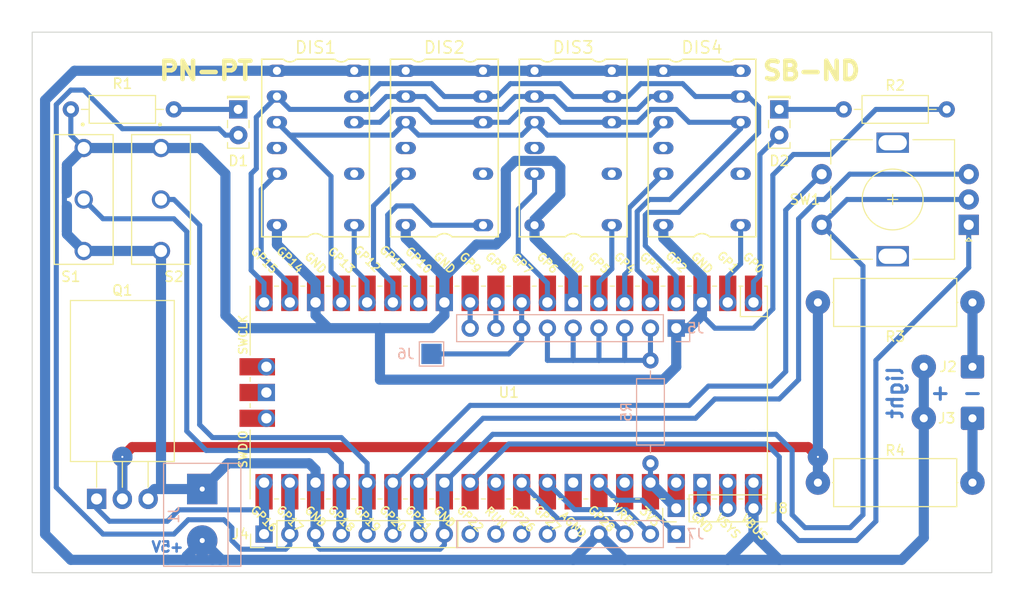
<source format=kicad_pcb>
(kicad_pcb (version 20211014) (generator pcbnew)
  (layers (0 "F.Cu" signal) (31 "B.Cu" signal) (34 "B.Paste" user) (35 "F.Paste" user) (36 "B.SilkS" user "B.Silkscreen") (37 "F.SilkS" user "F.Silkscreen") (38 "B.Mask" user) (39 "F.Mask" user) (44 "Edge.Cuts" user))
  (net 0 "")
  (net 1 "+5V")
  (net 2 "/disp_b")
  (net 3 "/disp_a")
  (net 4 "GND")
  (net 5 "/disp_d")
  (net 6 "/disp_c")
  (net 9 "Net-(DIS1-Pad5)")
  (net 10 "Net-(DIS1-Pad8)")
  (net 12 "Net-(DIS2-Pad5)")
  (net 13 "Net-(DIS2-Pad8)")
  (net 16 "Net-(DIS3-Pad5)")
  (net 17 "Net-(DIS3-Pad8)")
  (net 20 "Net-(DIS4-Pad5)")
  (net 21 "Net-(DIS4-Pad8)")
  (net 23 "Net-(D1-Pad2)")
  (net 24 "Net-(D2-Pad2)")
  (net 32 "Net-(D1-Pad1)")
  (net 33 "Net-(D2-Pad1)")
  (net 34 "Net-(J2-Pad1)")
  (net 35 "/s_i3")
  (net 36 "/s_i2")
  (net 37 "/s_rx")
  (net 38 "/s_tx")
  (net 39 "/s_con1")
  (net 40 "/s_con2")
  (net 41 "/s_con3")
  (net 42 "/s_v33")
  (net 43 "/dacr")
  (net 44 "/dacl")
  (net 45 "/spk-")
  (net 46 "/spk+")
  (net 47 "/light_sw")
  (net 48 "Net-(J3-Pad1)")
  (net 49 "Net-(J4-Pad1)")
  (net 50 "Net-(SW1-PadA)")
  (net 51 "Net-(J4-Pad4)")
  (net 52 "Net-(J4-Pad5)")
  (net 53 "Net-(J4-Pad6)")
  (net 54 "Net-(J4-Pad7)")
  (net 55 "Net-(J8-Pad1)")
  (net 56 "Net-(J8-Pad2)")
  (net 57 "Net-(J8-Pad3)")
  (footprint "Connector_Wire:SolderWire-0.5sqmm_1x02_P4.8mm_D0.9mm_OD2.3mm" (layer "F.Cu") (at 171.45 85.09 180)
    (fp_text reference "J3")
    (fp_text value "Light2")
  )
  (footprint "D2F-FL:RPi_Pico_SMD_TH" (layer "F.Cu") (at 125.73 82.55 -90)
    (fp_text reference "U1")
    (fp_text value "Pico")
  )
  (footprint "Resistor_THT:R_Axial_DIN0207_L6.3mm_D2.5mm_P10.16mm_Horizontal" (layer "F.Cu") (at 158.75 54.61)
    (fp_text reference "R2")
    (fp_text value "R")
  )
  (footprint "led-displays-obsolete:TIL311" (layer "F.Cu") (at 144.78 58.42 -90)
    (fp_text reference "DIS4")
    (fp_text value "TIL311")
  )
  (footprint "Resistor_THT:R_Axial_DIN0414_L11.9mm_D4.5mm_P15.24mm_Horizontal" (layer "F.Cu") (at 171.45 73.66 180)
    (fp_text reference "R3")
    (fp_text value "R")
  )
  (footprint "led-displays-obsolete:TIL311" (layer "F.Cu") (at 132.08 58.42 -90)
    (fp_text reference "DIS3")
    (fp_text value "TIL311")
  )
  (footprint "Package_TO_SOT_THT:TO-220-3_Horizontal_TabDown" (layer "F.Cu") (at 85.09 93.05)
    (fp_text reference "Q1")
    (fp_text value "IRF540N")
  )
  (footprint "Resistor_THT:R_Axial_DIN0207_L6.3mm_D2.5mm_P10.16mm_Horizontal" (layer "F.Cu") (at 92.71 54.61 180)
    (fp_text reference "R1")
    (fp_text value "R")
  )
  (footprint "Connector_PinHeader_2.54mm:PinHeader_1x04_P2.54mm_Vertical" (layer "F.Cu") (at 142.24 93.98 90)
    (fp_text reference "J8")
    (fp_text value "ext3")
  )
  (footprint "D2F-FL:SW_D2F-FL" (layer "F.Cu") (at 83.82 63.5 -90)
    (fp_text reference "S1")
    (fp_text value "D2F-FL")
  )
  (footprint "D2F-FL:mojenkoder" (layer "F.Cu") (at 171.08 66 180)
    (fp_text reference "SW1")
    (fp_text value "RotaryEncoder_Switch")
  )
  (footprint "LED_THT:LED_Rectangular_W5.0mm_H2.0mm" (layer "F.Cu") (at 99.06 54.61 -90)
    (fp_text reference "D1")
    (fp_text value "LED")
  )
  (footprint "Connector_PinHeader_2.54mm:PinHeader_1x08_P2.54mm_Vertical" (layer "F.Cu") (at 101.6 96.52 90)
    (fp_text reference "J4")
    (fp_text value "ext1")
  )
  (footprint "led-displays-obsolete:TIL311" (layer "F.Cu") (at 106.68 58.42 -90)
    (fp_text reference "DIS1")
    (fp_text value "TIL311")
  )
  (footprint "D2F-FL:SW_D2F-FL" (layer "F.Cu") (at 91.44 63.5 -90)
    (fp_text reference "S2")
    (fp_text value "D2F-FL")
  )
  (footprint "LED_THT:LED_Rectangular_W5.0mm_H2.0mm" (layer "F.Cu") (at 152.4 54.61 -90)
    (fp_text reference "D2")
    (fp_text value "LED")
  )
  (footprint "led-displays-obsolete:TIL311" (layer "F.Cu") (at 119.38 58.42 -90)
    (fp_text reference "DIS2")
    (fp_text value "TIL311")
  )
  (footprint "Resistor_THT:R_Axial_DIN0414_L11.9mm_D4.5mm_P15.24mm_Horizontal" (layer "F.Cu") (at 171.45 91.44 180)
    (fp_text reference "R4")
    (fp_text value "R")
  )
  (footprint "Connector_Wire:SolderWire-0.5sqmm_1x02_P4.8mm_D0.9mm_OD2.3mm" (layer "F.Cu") (at 171.45 80.01 180)
    (fp_text reference "J2")
    (fp_text value "Light1")
  )
  (footprint "Connector_PinHeader_2.54mm:PinHeader_1x09_P2.54mm_Vertical" (layer "B.Cu") (at 142.24 76.2 90)
    (fp_text reference "J5")
    (fp_text value "s_board_left")
  )
  (footprint "TerminalBlock:TerminalBlock_bornier-2_P5.08mm" (layer "B.Cu") (at 95.504 92.075 -90)
    (fp_text reference "J1")
    (fp_text value "power")
  )
  (footprint "Connector_PinHeader_2.54mm:PinHeader_1x09_P2.54mm_Vertical" (layer "B.Cu") (at 142.24 96.52 90)
    (fp_text reference "J7")
    (fp_text value "s_board_right")
  )
  (footprint "Resistor_THT:R_Axial_DIN0207_L6.3mm_D2.5mm_P10.16mm_Horizontal" (layer "B.Cu") (at 139.7 79.375 -90)
    (fp_text reference "R5")
    (fp_text value "R")
  )
  (footprint "TestPoint:TestPoint_Pad_2.0x2.0mm" (layer "B.Cu") (at 118.11 78.74 180)
    (fp_text reference "J6")
    (fp_text value "ext2")
  )
  (gr_rect (start 78.74 46.99) (end 173.355 100.33) (layer "Edge.Cuts") (width 0.1) (fill none))
  (gr_text "+" (at 168.275 82.55) (layer "B.Cu") (effects (font (size 1.5 1.5) (thickness 0.3)) (justify mirror)))
  (gr_text "+5V" (at 92.075 97.79) (layer "B.Cu") (effects (font (size 1 1) (thickness 0.25)) (justify mirror)))
  (gr_text "light" (at 163.83 82.55 90) (layer "B.Cu") (effects (font (size 1.5 1.5) (thickness 0.3)) (justify mirror)))
  (gr_text "-" (at 171.45 82.55) (layer "B.Cu") (effects (font (size 1.5 1.5) (thickness 0.3)) (justify mirror)))
  (gr_text "SB-ND" (at 155.575 50.8) (layer "F.SilkS") (effects (font (size 1.8 1.8) (thickness 0.45))))
  (gr_text "PN-PT" (at 95.885 50.8) (layer "F.SilkS") (effects (font (size 1.8 1.8) (thickness 0.45))))
  (segment (start 132.08 99.06) (end 137.16 99.06) (width 1) (layer "B.Cu") (net 1))
  (segment (start 140.97 50.8) (end 148.59 50.8) (width 1) (layer "B.Cu") (net 1))
  (segment (start 137.16 99.06) (end 134.62 96.52) (width 1) (layer "B.Cu") (net 1))
  (segment (start 135.89 50.8) (end 140.97 50.8) (width 1) (layer "B.Cu") (net 1))
  (segment (start 93.98 98.679) (end 93.98 99.06) (width 1) (layer "B.Cu") (net 1))
  (segment (start 147.32 99.06) (end 137.16 99.06) (width 1) (layer "B.Cu") (net 1))
  (segment (start 97.282 99.06) (end 132.08 99.06) (width 1) (layer "B.Cu") (net 1))
  (segment (start 82.909317 50.8) (end 80.01 53.699317) (width 1) (layer "B.Cu") (net 1))
  (segment (start 164.465 99.06) (end 152.4 99.06) (width 1) (layer "B.Cu") (net 1))
  (segment (start 110.49 50.8) (end 115.57 50.8) (width 1) (layer "B.Cu") (net 1))
  (segment (start 96.52 99.06) (end 97.282 99.06) (width 1) (layer "B.Cu") (net 1))
  (segment (start 92.075 99.06) (end 93.98 99.06) (width 1) (layer "B.Cu") (net 1))
  (segment (start 149.86 91.44) (end 149.86 96.52) (width 1) (layer "B.Cu") (net 1))
  (segment (start 93.98 99.06) (end 96.52 99.06) (width 1) (layer "B.Cu") (net 1))
  (segment (start 147.32 99.06) (end 152.4 99.06) (width 1) (layer "B.Cu") (net 1))
  (segment (start 102.87 50.8) (end 82.909317 50.8) (width 1) (layer "B.Cu") (net 1))
  (segment (start 97.282 98.933) (end 97.282 99.06) (width 1) (layer "B.Cu") (net 1))
  (segment (start 80.01 53.699317) (end 80.01 96.52) (width 1) (layer "B.Cu") (net 1))
  (segment (start 115.57 50.8) (end 123.19 50.8) (width 1) (layer "B.Cu") (net 1))
  (segment (start 95.504 97.155) (end 93.98 98.679) (width 1) (layer "B.Cu") (net 1))
  (segment (start 123.19 50.8) (end 128.27 50.8) (width 1) (layer "B.Cu") (net 1))
  (segment (start 166.65 96.875) (end 164.465 99.06) (width 1) (layer "B.Cu") (net 1))
  (segment (start 95.504 97.155) (end 97.282 98.933) (width 1) (layer "B.Cu") (net 1))
  (segment (start 149.86 96.52) (end 147.32 99.06) (width 1) (layer "B.Cu") (net 1))
  (segment (start 166.65 80.01) (end 166.65 85.09) (width 1) (layer "B.Cu") (net 1))
  (segment (start 152.4 99.06) (end 149.86 96.52) (width 1) (layer "B.Cu") (net 1))
  (segment (start 128.27 50.8) (end 135.89 50.8) (width 1) (layer "B.Cu") (net 1))
  (segment (start 102.87 50.8) (end 110.49 50.8) (width 1) (layer "B.Cu") (net 1))
  (segment (start 80.01 96.52) (end 82.55 99.06) (width 1) (layer "B.Cu") (net 1))
  (segment (start 82.55 99.06) (end 92.075 99.06) (width 1) (layer "B.Cu") (net 1))
  (segment (start 132.08 99.06) (end 134.62 96.52) (width 1) (layer "B.Cu") (net 1))
  (segment (start 166.65 85.09) (end 166.65 96.875) (width 1) (layer "B.Cu") (net 1))
  (segment (start 100.838 60.452) (end 100.33 60.96) (width 0.5) (layer "B.Cu") (net 2))
  (segment (start 100.33 70.485) (end 101.6 71.755) (width 0.5) (layer "B.Cu") (net 2))
  (segment (start 100.838 55.372) (end 100.838 60.452) (width 0.5) (layer "B.Cu") (net 2))
  (segment (start 102.87 53.34) (end 100.838 55.372) (width 0.5) (layer "B.Cu") (net 2))
  (segment (start 131.445 54.61) (end 138.43 54.61) (width 0.5) (layer "B.Cu") (net 2))
  (segment (start 101.6 71.755) (end 101.6 73.66) (width 0.5) (layer "B.Cu") (net 2))
  (segment (start 139.7 53.34) (end 140.97 53.34) (width 0.5) (layer "B.Cu") (net 2))
  (segment (start 128.27 53.34) (end 130.175 53.34) (width 0.5) (layer "B.Cu") (net 2))
  (segment (start 125.095 54.61) (end 126.365 53.34) (width 0.5) (layer "B.Cu") (net 2))
  (segment (start 138.43 54.61) (end 139.7 53.34) (width 0.5) (layer "B.Cu") (net 2))
  (segment (start 113.665 53.34) (end 115.57 53.34) (width 0.5) (layer "B.Cu") (net 2))
  (segment (start 130.175 53.34) (end 131.445 54.61) (width 0.5) (layer "B.Cu") (net 2))
  (segment (start 115.57 53.34) (end 117.475 53.34) (width 0.5) (layer "B.Cu") (net 2))
  (segment (start 118.745 54.61) (end 125.095 54.61) (width 0.5) (layer "B.Cu") (net 2))
  (segment (start 104.14 54.61) (end 112.395 54.61) (width 0.5) (layer "B.Cu") (net 2))
  (segment (start 102.87 53.34) (end 104.14 54.61) (width 0.5) (layer "B.Cu") (net 2))
  (segment (start 117.475 53.34) (end 118.745 54.61) (width 0.5) (layer "B.Cu") (net 2))
  (segment (start 100.33 60.96) (end 100.33 70.485) (width 0.5) (layer "B.Cu") (net 2))
  (segment (start 112.395 54.61) (end 113.665 53.34) (width 0.5) (layer "B.Cu") (net 2))
  (segment (start 126.365 53.34) (end 128.27 53.34) (width 0.5) (layer "B.Cu") (net 2))
  (segment (start 114.3 57.15) (end 104.14 57.15) (width 0.5) (layer "B.Cu") (net 3))
  (segment (start 109.22 71.628) (end 108.204 70.612) (width 0.5) (layer "B.Cu") (net 3))
  (segment (start 104.14 57.15) (end 102.87 55.88) (width 0.5) (layer "B.Cu") (net 3))
  (segment (start 139.7 57.15) (end 140.97 55.88) (width 0.5) (layer "B.Cu") (net 3))
  (segment (start 115.57 55.88) (end 114.3 57.15) (width 0.5) (layer "B.Cu") (net 3))
  (segment (start 108.204 61.214) (end 104.14 57.15) (width 0.5) (layer "B.Cu") (net 3))
  (segment (start 128.27 55.88) (end 129.54 57.15) (width 0.5) (layer "B.Cu") (net 3))
  (segment (start 128.27 55.88) (end 127 57.15) (width 0.5) (layer "B.Cu") (net 3))
  (segment (start 116.84 57.15) (end 115.57 55.88) (width 0.5) (layer "B.Cu") (net 3))
  (segment (start 127 57.15) (end 116.84 57.15) (width 0.5) (layer "B.Cu") (net 3))
  (segment (start 108.204 70.612) (end 108.204 61.214) (width 0.5) (layer "B.Cu") (net 3))
  (segment (start 129.54 57.15) (end 139.7 57.15) (width 0.5) (layer "B.Cu") (net 3))
  (segment (start 109.22 73.66) (end 109.22 71.628) (width 0.5) (layer "B.Cu") (net 3))
  (segment (start 82.165 60.075) (end 82.165 62.865) (width 1) (layer "B.Cu") (net 4))
  (segment (start 106.68 91.44) (end 106.68 96.52) (width 1) (layer "B.Cu") (net 4))
  (segment (start 97.79 60.96) (end 97.79 74.93) (width 1) (layer "B.Cu") (net 4))
  (segment (start 82.55 54.61) (end 82.55 57.15) (width 0.5) (layer "B.Cu") (net 4))
  (segment (start 132.08 71.12) (end 132.08 73.66) (width 1) (layer "B.Cu") (net 4))
  (segment (start 153.797 59.055) (end 151.765 61.087) (width 0.5) (layer "B.Cu") (net 4))
  (segment (start 91.44 68.58) (end 91.44 92.075) (width 1) (layer "B.Cu") (net 4))
  (segment (start 142.24 80.01) (end 140.97 81.28) (width 1) (layer "B.Cu") (net 4))
  (segment (start 143.51 76.2) (end 142.24 76.2) (width 1) (layer "B.Cu") (net 4))
  (segment (start 118.11 76.2) (end 113.03 76.2) (width 1) (layer "B.Cu") (net 4))
  (segment (start 82.55 57.15) (end 83.82 58.42) (width 0.5) (layer "B.Cu") (net 4))
  (segment (start 119.38 73.66) (end 119.38 74.93) (width 1) (layer "B.Cu") (net 4))
  (segment (start 124.144999 86.675001) (end 119.38 91.44) (width 0.5) (layer "B.Cu") (net 4))
  (segment (start 81.915 60.325) (end 83.82 58.42) (width 0.5) (layer "B.Cu") (net 4))
  (segment (start 159.08 63.5) (end 156.58 66) (width 0.5) (layer "B.Cu") (net 4))
  (segment (start 106.68 96.52) (end 106.68 97.57) (width 0.5) (layer "B.Cu") (net 4))
  (segment (start 106.68 91.44) (end 106.68 90.17) (width 1) (layer "B.Cu") (net 4))
  (segment (start 91.44 68.58) (end 83.82 68.58) (width 1) (layer "B.Cu") (net 4))
  (segment (start 124.46 67.945) (end 125.442 66.963) (width 1) (layer "B.Cu") (net 4))
  (segment (start 106.68 97.57) (end 107.12 98.01) (width 0.5) (layer "B.Cu") (net 4))
  (segment (start 146.05 76.2) (end 144.78 74.93) (width 0.5) (layer "B.Cu") (net 4))
  (segment (start 140.97 81.28) (end 113.03 81.28) (width 1) (layer "B.Cu") (net 4))
  (segment (start 83.82 58.42) (end 82.165 60.075) (width 1) (layer "B.Cu") (net 4))
  (segment (start 151.765 74.295) (end 149.86 76.2) (width 0.5) (layer "B.Cu") (net 4))
  (segment (start 142.24 76.2) (end 142.24 80.01) (width 1) (layer "B.Cu") (net 4))
  (segment (start 115.57 66.04) (end 115.57 67.31) (width 1) (layer "B.Cu") (net 4))
  (segment (start 106.68 74.93) (end 106.68 73.66) (width 1) (layer "B.Cu") (net 4))
  (segment (start 128.27 66.04) (end 128.27 67.31) (width 1) (layer "B.Cu") (net 4))
  (segment (start 113.03 76.2) (end 107.95 76.2) (width 1) (layer "B.Cu") (net 4))
  (segment (start 130.81 60.325) (end 130.81 62.952924) (width 1) (layer "B.Cu") (net 4))
  (segment (start 140.97 67.31) (end 144.78 71.12) (width 1) (layer "B.Cu") (net 4))
  (segment (start 144.78 74.93) (end 143.51 76.2) (width 1) (layer "B.Cu") (net 4))
  (segment (start 128.27 65.492924) (end 128.27 66.04) (width 1) (layer "B.Cu") (net 4))
  (segment (start 83.82 68.58) (end 82.165 66.925) (width 1) (layer "B.Cu") (net 4))
  (segment (start 160.655 70.075) (end 160.655 94.615) (width 0.5) (layer "B.Cu") (net 4))
  (segment (start 161.925 54.61) (end 157.48 59.055) (width 0.5) (layer "B.Cu") (net 4))
  (segment (start 154.94 95.885) (end 153.67 94.615) (width 0.5) (layer "B.Cu") (net 4))
  (segment (start 97.79 74.93) (end 99.06 76.2) (width 1) (layer "B.Cu") (net 4))
  (segment (start 144.78 71.12) (end 144.78 73.66) (width 1) (layer "B.Cu") (net 4))
  (segment (start 159.385 95.885) (end 154.94 95.885) (width 0.5) (layer "B.Cu") (net 4))
  (segment (start 107.12 98.01) (end 118.9525 98.01) (width 0.5) (layer "B.Cu") (net 4))
  (segment (start 151.765 61.087) (end 151.765 74.295) (width 0.5) (layer "B.Cu") (net 4))
  (segment (start 171.08 63.5) (end 159.08 63.5) (width 0.5) (layer "B.Cu") (net 4))
  (segment (start 140.97 66.04) (end 140.97 67.31) (width 1) (layer "B.Cu") (net 4))
  (segment (start 113.03 81.28) (end 113.03 76.2) (width 1) (layer "B.Cu") (net 4))
  (segment (start 106.68 71.755) (end 106.68 73.66) (width 1) (layer "B.Cu") (net 4))
  (segment (start 91.44 92.075) (end 95.504 92.075) (width 1) (layer "B.Cu") (net 4))
  (segment (start 115.57 67.31) (end 119.38 71.12) (width 1) (layer "B.Cu") (net 4))
  (segment (start 119.38 71.12) (end 122.555 67.945) (width 1) (layer "B.Cu") (net 4))
  (segment (start 153.67 88.265) (end 152.080001 86.675001) (width 0.5) (layer "B.Cu") (net 4))
  (segment (start 118.9525 98.01) (end 119.38 97.5825) (width 0.5) (layer "B.Cu") (net 4))
  (segment (start 119.38 91.44) (end 119.38 96.52) (width 1) (layer "B.Cu") (net 4))
  (segment (start 90.17 93.05) (end 90.084 93.05) (width 0.5) (layer "B.Cu") (net 4))
  (segment (start 90.17 93.05) (end 90.17 92.71) (width 1) (layer "B.Cu") (net 4))
  (segment (start 125.442 60.613) (end 126.365 59.69) (width 1) (layer "B.Cu") (net 4))
  (segment (start 126.365 59.69) (end 130.175 59.69) (width 1) (layer "B.Cu") (net 4))
  (segment (start 106.045 89.535) (end 98.044 89.535) (width 1) (layer "B.Cu") (net 4))
  (segment (start 98.044 89.535) (end 95.504 92.075) (width 1) (layer "B.Cu") (net 4))
  (segment (start 160.655 94.615) (end 159.385 95.885) (width 0.5) (layer "B.Cu") (net 4))
  (segment (start 119.38 71.12) (end 119.38 73.66) (width 1) (layer "B.Cu") (net 4))
  (segment (start 122.555 67.945) (end 124.46 67.945) (width 1) (layer "B.Cu") (net 4))
  (segment (start 102.87 66.04) (end 102.87 67.945) (width 1) (layer "B.Cu") (net 4))
  (segment (start 128.27 67.31) (end 132.08 71.12) (width 1) (layer "B.Cu") (net 4))
  (segment (start 125.442 66.963) (end 125.442 60.613) (width 1) (layer "B.Cu") (net 4))
  (segment (start 107.95 76.2) (end 106.68 74.93) (width 1) (layer "B.Cu") (net 4))
  (segment (start 90.805 92.075) (end 91.44 92.075) (width 1) (layer "B.Cu") (net 4))
  (segment (start 153.67 94.615) (end 153.67 88.265) (width 0.5) (layer "B.Cu") (net 4))
  (segment (start 119.38 74.93) (end 118.11 76.2) (width 1) (layer "B.Cu") (net 4))
  (segment (start 83.82 68.58) (end 81.915 66.675) (width 0.5) (layer "B.Cu") (net 4))
  (segment (start 156.58 66) (end 160.655 70.075) (width 0.5) (layer "B.Cu") (net 4))
  (segment (start 130.81 62.952924) (end 128.27 65.492924) (width 1) (layer "B.Cu") (net 4))
  (segment (start 157.48 59.055) (end 153.797 59.055) (width 0.5) (layer "B.Cu") (net 4))
  (segment (start 130.175 59.69) (end 130.81 60.325) (width 1) (layer "B.Cu") (net 4))
  (segment (start 106.68 90.17) (end 106.045 89.535) (width 1) (layer "B.Cu") (net 4))
  (segment (start 90.17 92.71) (end 90.805 92.075) (width 1) (layer "B.Cu") (net 4))
  (segment (start 168.91 54.61) (end 161.925 54.61) (width 0.5) (layer "B.Cu") (net 4))
  (segment (start 144.78 73.66) (end 144.78 74.93) (width 1) (layer "B.Cu") (net 4))
  (segment (start 119.38 97.5825) (end 119.38 96.52) (width 0.5) (layer "B.Cu") (net 4))
  (segment (start 95.25 58.42) (end 97.79 60.96) (width 1) (layer "B.Cu") (net 4))
  (segment (start 81.915 66.675) (end 81.915 60.325) (width 0.5) (layer "B.Cu") (net 4))
  (segment (start 102.87 67.945) (end 106.68 71.755) (width 1) (layer "B.Cu") (net 4))
  (segment (start 149.86 76.2) (end 146.05 76.2) (width 0.5) (layer "B.Cu") (net 4))
  (segment (start 83.82 58.42) (end 91.44 58.42) (width 1) (layer "B.Cu") (net 4))
  (segment (start 91.44 58.42) (end 95.25 58.42) (width 1) (layer "B.Cu") (net 4))
  (segment (start 99.06 76.2) (end 107.95 76.2) (width 1) (layer "B.Cu") (net 4))
  (segment (start 82.165 66.925) (end 82.165 64.135) (width 1) (layer "B.Cu") (net 4))
  (segment (start 152.080001 86.675001) (end 124.144999 86.675001) (width 0.5) (layer "B.Cu") (net 4))
  (segment (start 148.59 55.88) (end 148.59 56.515) (width 0.5) (layer "B.Cu") (net 5))
  (segment (start 139.7 54.61) (end 142.24 54.61) (width 0.5) (layer "B.Cu") (net 5))
  (segment (start 139.7 71.755) (end 139.7 73.66) (width 0.5) (layer "B.Cu") (net 5))
  (segment (start 127 54.61) (end 129.54 54.61) (width 0.5) (layer "B.Cu") (net 5))
  (segment (start 110.49 55.88) (end 113.03 55.88) (width 0.5) (layer "B.Cu") (net 5))
  (segment (start 138.392 64.69263) (end 138.392 70.447) (width 0.5) (layer "B.Cu") (net 5))
  (segment (start 113.03 55.88) (end 114.3 54.61) (width 0.5) (layer "B.Cu") (net 5))
  (segment (start 125.73 55.88) (end 127 54.61) (width 0.5) (layer "B.Cu") (net 5))
  (segment (start 141.605 63.5) (end 139.58463 63.5) (width 0.5) (layer "B.Cu") (net 5))
  (segment (start 143.51 55.88) (end 148.59 55.88) (width 0.5) (layer "B.Cu") (net 5))
  (segment (start 129.54 54.61) (end 130.81 55.88) (width 0.5) (layer "B.Cu") (net 5))
  (segment (start 139.58463 63.5) (end 138.392 64.69263) (width 0.5) (layer "B.Cu") (net 5))
  (segment (start 142.24 54.61) (end 143.51 55.88) (width 0.5) (layer "B.Cu") (net 5))
  (segment (start 130.81 55.88) (end 135.89 55.88) (width 0.5) (layer "B.Cu") (net 5))
  (segment (start 148.59 56.515) (end 141.605 63.5) (width 0.5) (layer "B.Cu") (net 5))
  (segment (start 118.11 55.88) (end 123.19 55.88) (width 0.5) (layer "B.Cu") (net 5))
  (segment (start 135.89 55.88) (end 138.43 55.88) (width 0.5) (layer "B.Cu") (net 5))
  (segment (start 123.19 55.88) (end 125.73 55.88) (width 0.5) (layer "B.Cu") (net 5))
  (segment (start 114.3 54.61) (end 116.84 54.61) (width 0.5) (layer "B.Cu") (net 5))
  (segment (start 116.84 54.61) (end 118.11 55.88) (width 0.5) (layer "B.Cu") (net 5))
  (segment (start 138.43 55.88) (end 139.7 54.61) (width 0.5) (layer "B.Cu") (net 5))
  (segment (start 138.392 70.447) (end 139.7 71.755) (width 0.5) (layer "B.Cu") (net 5))
  (segment (start 144.145 53.34) (end 148.59 53.34) (width 0.5) (layer "B.Cu") (net 6))
  (segment (start 118.11 52.07) (end 119.38 53.34) (width 0.5) (layer "B.Cu") (net 6))
  (segment (start 125.88875 52.07) (end 130.81 52.07) (width 0.5) (layer "B.Cu") (net 6))
  (segment (start 137.4775 53.34) (end 138.7475 52.07) (width 0.5) (layer "B.Cu") (net 6))
  (segment (start 113.03 52.07) (end 118.11 52.07) (width 0.5) (layer "B.Cu") (net 6))
  (segment (start 110.49 53.34) (end 111.76 53.34) (width 0.5) (layer "B.Cu") (net 6))
  (segment (start 111.76 53.34) (end 113.03 52.07) (width 0.5) (layer "B.Cu") (net 6))
  (segment (start 138.7475 52.07) (end 142.875 52.07) (width 0.5) (layer "B.Cu") (net 6))
  (segment (start 123.19 53.34) (end 124.61875 53.34) (width 0.5) (layer "B.Cu") (net 6))
  (segment (start 150.368 56.896) (end 142.494 64.77) (width 0.5) (layer "B.Cu") (net 6))
  (segment (start 139.192 68.072) (end 142.24 71.12) (width 0.5) (layer "B.Cu") (net 6))
  (segment (start 119.38 53.34) (end 123.19 53.34) (width 0.5) (layer "B.Cu") (net 6))
  (segment (start 150.368 54.356) (end 150.368 56.896) (width 0.5) (layer "B.Cu") (net 6))
  (segment (start 124.61875 53.34) (end 125.88875 52.07) (width 0.5) (layer "B.Cu") (net 6))
  (segment (start 132.08 53.34) (end 135.89 53.34) (width 0.5) (layer "B.Cu") (net 6))
  (segment (start 130.81 52.07) (end 132.08 53.34) (width 0.5) (layer "B.Cu") (net 6))
  (segment (start 139.192 65.024) (end 139.192 68.072) (width 0.5) (layer "B.Cu") (net 6))
  (segment (start 148.59 53.34) (end 149.352 53.34) (width 0.5) (layer "B.Cu") (net 6))
  (segment (start 149.352 53.34) (end 150.368 54.356) (width 0.5) (layer "B.Cu") (net 6))
  (segment (start 142.875 52.07) (end 144.145 53.34) (width 0.5) (layer "B.Cu") (net 6))
  (segment (start 135.89 53.34) (end 137.4775 53.34) (width 0.5) (layer "B.Cu") (net 6))
  (segment (start 142.494 64.77) (end 139.446 64.77) (width 0.5) (layer "B.Cu") (net 6))
  (segment (start 139.446 64.77) (end 139.192 65.024) (width 0.5) (layer "B.Cu") (net 6))
  (segment (start 142.24 71.12) (end 142.24 73.66) (width 0.5) (layer "B.Cu") (net 6))
  (segment (start 101.32 69.062) (end 101.32 62.51) (width 0.5) (layer "B.Cu") (net 9))
  (segment (start 104.14 73.66) (end 104.14 71.882) (width 0.5) (layer "B.Cu") (net 9))
  (segment (start 101.32 62.51) (end 102.87 60.96) (width 0.5) (layer "B.Cu") (net 9))
  (segment (start 104.14 71.882) (end 101.32 69.062) (width 0.5) (layer "B.Cu") (net 9))
  (segment (start 110.49 70.358) (end 110.49 66.04) (width 0.5) (layer "B.Cu") (net 10))
  (segment (start 111.76 73.66) (end 111.76 71.628) (width 0.5) (layer "B.Cu") (net 10))
  (segment (start 111.76 71.628) (end 110.49 70.358) (width 0.5) (layer "B.Cu") (net 10))
  (segment (start 114.3 73.66) (end 114.3 71.755) (width 0.5) (layer "B.Cu") (net 12))
  (segment (start 112.395 69.85) (end 112.395 64.135) (width 0.5) (layer "B.Cu") (net 12))
  (segment (start 114.3 71.755) (end 112.395 69.85) (width 0.5) (layer "B.Cu") (net 12))
  (segment (start 112.395 64.135) (end 115.57 60.96) (width 0.5) (layer "B.Cu") (net 12))
  (segment (start 116.84 73.66) (end 116.84 71.374) (width 0.5) (layer "B.Cu") (net 13))
  (segment (start 116.205 64.135) (end 118.11 66.04) (width 0.5) (layer "B.Cu") (net 13))
  (segment (start 113.792 65.024) (end 114.681 64.135) (width 0.5) (layer "B.Cu") (net 13))
  (segment (start 114.681 64.135) (end 116.205 64.135) (width 0.5) (layer "B.Cu") (net 13))
  (segment (start 113.792 68.326) (end 113.792 65.024) (width 0.5) (layer "B.Cu") (net 13))
  (segment (start 116.84 71.374) (end 113.792 68.326) (width 0.5) (layer "B.Cu") (net 13))
  (segment (start 118.11 66.04) (end 123.19 66.04) (width 0.5) (layer "B.Cu") (net 13))
  (segment (start 128.27 62.865) (end 126.6698 64.4652) (width 0.5) (layer "B.Cu") (net 16))
  (segment (start 129.54 71.755) (end 129.54 73.66) (width 0.5) (layer "B.Cu") (net 16))
  (segment (start 126.6698 68.8848) (end 129.54 71.755) (width 0.5) (layer "B.Cu") (net 16))
  (segment (start 128.27 60.96) (end 128.27 62.865) (width 0.5) (layer "B.Cu") (net 16))
  (segment (start 126.6698 64.4652) (end 126.6698 68.8848) (width 0.5) (layer "B.Cu") (net 16))
  (segment (start 135.89 70.358) (end 134.62 71.628) (width 0.5) (layer "B.Cu") (net 17))
  (segment (start 134.62 71.628) (end 134.62 73.66) (width 0.5) (layer "B.Cu") (net 17))
  (segment (start 135.89 66.04) (end 135.89 70.358) (width 0.5) (layer "B.Cu") (net 17))
  (segment (start 137.16 70.917) (end 137.16 73.66) (width 0.5) (layer "B.Cu") (net 20))
  (segment (start 140.97 60.96) (end 137.592 64.338) (width 0.5) (layer "B.Cu") (net 20))
  (segment (start 137.592 70.485) (end 137.16 70.917) (width 0.5) (layer "B.Cu") (net 20))
  (segment (start 137.592 64.338) (end 137.592 70.485) (width 0.5) (layer "B.Cu") (net 20))
  (segment (start 148.59 69.85) (end 147.32 71.12) (width 0.5) (layer "B.Cu") (net 21))
  (segment (start 147.32 71.12) (end 147.32 73.66) (width 0.5) (layer "B.Cu") (net 21))
  (segment (start 148.59 66.04) (end 148.59 69.85) (width 0.5) (layer "B.Cu") (net 21))
  (segment (start 98.425 95.885) (end 98.425 97.155) (width 0.5) (layer "B.Cu") (net 23))
  (segment (start 81.115 91.91) (end 85.725 96.52) (width 0.5) (layer "B.Cu") (net 23))
  (segment (start 92.71 96.52) (end 94.125 95.105) (width 0.5) (layer "B.Cu") (net 23))
  (segment (start 97.155 56.515) (end 87.63 56.515) (width 0.5) (layer "B.Cu") (net 23))
  (segment (start 81.115 54.135811) (end 81.115 91.91) (width 0.5) (layer "B.Cu") (net 23))
  (segment (start 104.14 96.52) (end 104.14 97.595) (width 0.5) (layer "B.Cu") (net 23))
  (segment (start 82.545811 52.705) (end 81.115 54.135811) (width 0.5) (layer "B.Cu") (net 23))
  (segment (start 94.125 95.105) (end 97.645 95.105) (width 0.5) (layer "B.Cu") (net 23))
  (segment (start 104.14 91.44) (end 104.14 96.52) (width 1) (layer "B.Cu") (net 23))
  (segment (start 99.06 57.15) (end 97.79 57.15) (width 0.5) (layer "B.Cu") (net 23))
  (segment (start 104.14 97.595) (end 103.725 98.01) (width 0.5) (layer "B.Cu") (net 23))
  (segment (start 99.28 98.01) (end 103.725 98.01) (width 0.5) (layer "B.Cu") (net 23))
  (segment (start 87.63 56.515) (end 83.82 52.705) (width 0.5) (layer "B.Cu") (net 23))
  (segment (start 98.425 97.155) (end 99.28 98.01) (width 0.5) (layer "B.Cu") (net 23))
  (segment (start 97.79 57.15) (end 97.155 56.515) (width 0.5) (layer "B.Cu") (net 23))
  (segment (start 83.82 52.705) (end 82.545811 52.705) (width 0.5) (layer "B.Cu") (net 23))
  (segment (start 97.645 95.105) (end 98.425 95.885) (width 0.5) (layer "B.Cu") (net 23))
  (segment (start 85.725 96.52) (end 92.71 96.52) (width 0.5) (layer "B.Cu") (net 23))
  (segment (start 150.495 70.993) (end 149.86 71.628) (width 0.5) (layer "B.Cu") (net 24))
  (segment (start 152.4 57.15) (end 150.495 59.055) (width 0.5) (layer "B.Cu") (net 24))
  (segment (start 149.86 71.628) (end 149.86 73.66) (width 0.5) (layer "B.Cu") (net 24))
  (segment (start 150.495 59.055) (end 150.495 70.993) (width 0.5) (layer "B.Cu") (net 24))
  (segment (start 92.71 54.61) (end 99.06 54.61) (width 0.5) (layer "B.Cu") (net 32))
  (segment (start 152.4 54.61) (end 158.75 54.61) (width 0.5) (layer "B.Cu") (net 33))
  (segment (start 171.45 73.66) (end 171.45 80.01) (width 1) (layer "B.Cu") (net 34))
  (segment (start 132.08 76.2) (end 132.08 79.375) (width 0.5) (layer "B.Cu") (net 35))
  (segment (start 134.62 76.2) (end 134.62 79.375) (width 0.5) (layer "B.Cu") (net 35))
  (segment (start 132.08 79.375) (end 134.62 79.375) (width 0.5) (layer "B.Cu") (net 35))
  (segment (start 137.16 76.2) (end 137.16 79.375) (width 0.5) (layer "B.Cu") (net 35))
  (segment (start 129.54 79.375) (end 132.08 79.375) (width 0.5) (layer "B.Cu") (net 35))
  (segment (start 129.54 76.2) (end 129.54 79.375) (width 0.5) (layer "B.Cu") (net 35))
  (segment (start 134.62 79.375) (end 139.7 79.375) (width 0.5) (layer "B.Cu") (net 35))
  (segment (start 139.7 76.2) (end 139.7 79.375) (width 0.5) (layer "B.Cu") (net 35))
  (segment (start 127 77.47) (end 125.73 78.74) (width 0.5) (layer "B.Cu") (net 36))
  (segment (start 127 73.66) (end 127 76.2) (width 0.5) (layer "B.Cu") (net 36))
  (segment (start 125.73 78.74) (end 118.11 78.74) (width 0.5) (layer "B.Cu") (net 36))
  (segment (start 127 76.2) (end 127 77.47) (width 0.5) (layer "B.Cu") (net 36))
  (segment (start 124.46 73.66) (end 124.46 76.2) (width 0.5) (layer "B.Cu") (net 37))
  (segment (start 121.92 73.66) (end 121.92 76.2) (width 0.5) (layer "B.Cu") (net 38))
  (segment (start 136.36 93.18) (end 138.9 93.18) (width 0.5) (layer "B.Cu") (net 39))
  (segment (start 134.62 91.44) (end 136.36 93.18) (width 0.5) (layer "B.Cu") (net 39))
  (segment (start 138.9 93.18) (end 142.24 96.52) (width 0.5) (layer "B.Cu") (net 39))
  (segment (start 129.54 91.44) (end 132.207 94.107) (width 0.5) (layer "B.Cu") (net 40))
  (segment (start 132.207 94.107) (end 137.287 94.107) (width 0.5) (layer "B.Cu") (net 40))
  (segment (start 137.287 94.107) (end 139.7 96.52) (width 0.5) (layer "B.Cu") (net 40))
  (segment (start 135.646791 95.006791) (end 137.16 96.52) (width 0.5) (layer "B.Cu") (net 41))
  (segment (start 127 91.44) (end 130.566791 95.006791) (width 0.5) (layer "B.Cu") (net 41))
  (segment (start 130.566791 95.006791) (end 135.646791 95.006791) (width 0.5) (layer "B.Cu") (net 41))
  (segment (start 155.245 87.935) (end 88.595 87.935) (width 1) (layer "F.Cu") (net 47))
  (segment (start 156.21 88.9) (end 155.245 87.935) (width 1) (layer "F.Cu") (net 47))
  (segment (start 88.595 87.935) (end 87.63 88.9) (width 1) (layer "F.Cu") (net 47))
  (via (at 156.21 88.9) (size 2) (drill 0.2) (layers "F.Cu" "B.Cu") (net 47))
  (via (at 87.63 88.9) (size 2) (drill 0.2) (layers "F.Cu" "B.Cu") (net 47))
  (segment (start 156.21 91.44) (end 156.21 88.9) (width 1) (layer "B.Cu") (net 47))
  (segment (start 156.21 88.9) (end 156.21 73.66) (width 1) (layer "B.Cu") (net 47))
  (segment (start 87.63 93.05) (end 87.63 88.9) (width 1) (layer "B.Cu") (net 47))
  (segment (start 171.45 85.09) (end 171.45 91.44) (width 1) (layer "B.Cu") (net 48))
  (segment (start 92.075 95.25) (end 93.2 94.125) (width 0.5) (layer "B.Cu") (net 49))
  (segment (start 101.11 94.125) (end 101.6 94.615) (width 0.5) (layer "B.Cu") (net 49))
  (segment (start 93.2 94.125) (end 101.11 94.125) (width 0.5) (layer "B.Cu") (net 49))
  (segment (start 85.09 93.98) (end 86.36 95.25) (width 0.5) (layer "B.Cu") (net 49))
  (segment (start 101.6 94.615) (end 101.6 96.52) (width 1) (layer "B.Cu") (net 49))
  (segment (start 85.09 93.05) (end 85.09 93.98) (width 0.5) (layer "B.Cu") (net 49))
  (segment (start 86.36 95.25) (end 92.075 95.25) (width 0.5) (layer "B.Cu") (net 49))
  (segment (start 101.6 91.44) (end 101.6 94.615) (width 1) (layer "B.Cu") (net 49))
  (segment (start 160.02 97.155) (end 154.305 97.155) (width 0.5) (layer "B.Cu") (net 50))
  (segment (start 125.73 87.63) (end 121.92 91.44) (width 0.5) (layer "B.Cu") (net 50))
  (segment (start 152.4 95.25) (end 152.4 88.9) (width 0.5) (layer "B.Cu") (net 50))
  (segment (start 151.13 87.63) (end 125.73 87.63) (width 0.5) (layer "B.Cu") (net 50))
  (segment (start 154.305 97.155) (end 152.4 95.25) (width 0.5) (layer "B.Cu") (net 50))
  (segment (start 152.4 88.9) (end 151.13 87.63) (width 0.5) (layer "B.Cu") (net 50))
  (segment (start 161.925 95.25) (end 160.02 97.155) (width 0.5) (layer "B.Cu") (net 50))
  (segment (start 171.08 70.22) (end 161.925 79.375) (width 0.5) (layer "B.Cu") (net 50))
  (segment (start 161.925 79.375) (end 161.925 95.25) (width 0.5) (layer "B.Cu") (net 50))
  (segment (start 171.08 66) (end 171.08 70.22) (width 0.5) (layer "B.Cu") (net 50))
  (segment (start 109.22 91.44) (end 109.22 96.52) (width 1) (layer "B.Cu") (net 51))
  (segment (start 83.82 63.5) (end 85.725 65.405) (width 0.5) (layer "B.Cu") (net 51))
  (segment (start 85.725 65.405) (end 92.71 65.405) (width 0.5) (layer "B.Cu") (net 51))
  (segment (start 93.98 66.675) (end 93.98 86.36) (width 0.5) (layer "B.Cu") (net 51))
  (segment (start 95.885 88.265) (end 107.95 88.265) (width 0.5) (layer "B.Cu") (net 51))
  (segment (start 92.71 65.405) (end 93.98 66.675) (width 0.5) (layer "B.Cu") (net 51))
  (segment (start 109.22 89.535) (end 109.22 91.44) (width 0.5) (layer "B.Cu") (net 51))
  (segment (start 93.98 86.36) (end 95.885 88.265) (width 0.5) (layer "B.Cu") (net 51))
  (segment (start 107.95 88.265) (end 109.22 89.535) (width 0.5) (layer "B.Cu") (net 51))
  (segment (start 91.44 63.5) (end 92.71 63.5) (width 0.5) (layer "B.Cu") (net 52))
  (segment (start 95.25 85.725) (end 96.52 86.995) (width 0.5) (layer "B.Cu") (net 52))
  (segment (start 109.22 86.995) (end 111.76 89.535) (width 0.5) (layer "B.Cu") (net 52))
  (segment (start 96.52 86.995) (end 109.22 86.995) (width 0.5) (layer "B.Cu") (net 52))
  (segment (start 111.76 89.535) (end 111.76 91.44) (width 0.5) (layer "B.Cu") (net 52))
  (segment (start 95.25 66.04) (end 95.25 85.725) (width 0.5) (layer "B.Cu") (net 52))
  (segment (start 92.71 63.5) (end 95.25 66.04) (width 0.5) (layer "B.Cu") (net 52))
  (segment (start 111.76 91.44) (end 111.76 96.52) (width 1) (layer "B.Cu") (net 52))
  (segment (start 153.035 64.545) (end 153.035 80.4798) (width 0.5) (layer "B.Cu") (net 53))
  (segment (start 156.58 61) (end 153.035 64.545) (width 0.5) (layer "B.Cu") (net 53))
  (segment (start 143.51 83.82) (end 121.92 83.82) (width 0.5) (layer "B.Cu") (net 53))
  (segment (start 151.5998 81.915) (end 145.415 81.915) (width 0.5) (layer "B.Cu") (net 53))
  (segment (start 114.3 91.44) (end 114.3 96.52) (width 1) (layer "B.Cu") (net 53))
  (segment (start 121.92 83.82) (end 114.3 91.44) (width 0.5) (layer "B.Cu") (net 53))
  (segment (start 153.035 80.4798) (end 151.5998 81.915) (width 0.5) (layer "B.Cu") (net 53))
  (segment (start 145.415 81.915) (end 143.51 83.82) (width 0.5) (layer "B.Cu") (net 53))
  (segment (start 144.145 85.09) (end 123.19 85.09) (width 0.5) (layer "B.Cu") (net 54))
  (segment (start 116.84 91.44) (end 116.84 96.52) (width 1) (layer "B.Cu") (net 54))
  (segment (start 152.4 83.185) (end 146.05 83.185) (width 0.5) (layer "B.Cu") (net 54))
  (segment (start 154.305 65.405) (end 154.305 81.28) (width 0.5) (layer "B.Cu") (net 54))
  (segment (start 156.845 63.5) (end 156.21 63.5) (width 0.5) (layer "B.Cu") (net 54))
  (segment (start 123.19 85.09) (end 116.84 91.44) (width 0.5) (layer "B.Cu") (net 54))
  (segment (start 159.345 61) (end 156.845 63.5) (width 0.5) (layer "B.Cu") (net 54))
  (segment (start 146.05 83.185) (end 144.145 85.09) (width 0.5) (layer "B.Cu") (net 54))
  (segment (start 154.305 81.28) (end 152.4 83.185) (width 0.5) (layer "B.Cu") (net 54))
  (segment (start 156.21 63.5) (end 154.305 65.405) (width 0.5) (layer "B.Cu") (net 54))
  (segment (start 171.08 61) (end 159.345 61) (width 0.5) (layer "B.Cu") (net 54))
  (segment (start 139.7 91.44) (end 139.7 89.535) (width 0.5) (layer "B.Cu") (net 55))
  (segment (start 142.24 93.98) (end 139.7 91.44) (width 1) (layer "B.Cu") (net 55))
  (segment (start 144.78 93.98) (end 144.78 91.44) (width 1) (layer "B.Cu") (net 56))
  (segment (start 147.32 93.98) (end 147.32 91.44) (width 1) (layer "B.Cu") (net 57))
)
</source>
